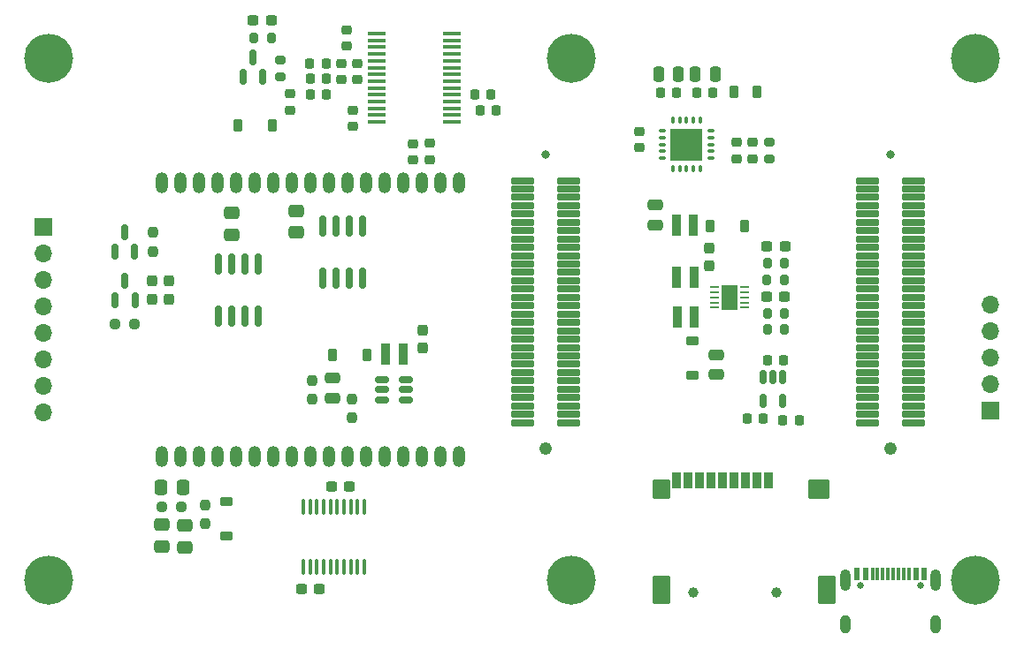
<source format=gbr>
%TF.GenerationSoftware,KiCad,Pcbnew,8.0.9*%
%TF.CreationDate,2025-03-06T21:03:41+08:00*%
%TF.ProjectId,CCD_Sensor_ZYNQ,4343445f-5365-46e7-936f-725f5a594e51,rev?*%
%TF.SameCoordinates,Original*%
%TF.FileFunction,Soldermask,Top*%
%TF.FilePolarity,Negative*%
%FSLAX46Y46*%
G04 Gerber Fmt 4.6, Leading zero omitted, Abs format (unit mm)*
G04 Created by KiCad (PCBNEW 8.0.9) date 2025-03-06 21:03:41*
%MOMM*%
%LPD*%
G01*
G04 APERTURE LIST*
G04 Aperture macros list*
%AMRoundRect*
0 Rectangle with rounded corners*
0 $1 Rounding radius*
0 $2 $3 $4 $5 $6 $7 $8 $9 X,Y pos of 4 corners*
0 Add a 4 corners polygon primitive as box body*
4,1,4,$2,$3,$4,$5,$6,$7,$8,$9,$2,$3,0*
0 Add four circle primitives for the rounded corners*
1,1,$1+$1,$2,$3*
1,1,$1+$1,$4,$5*
1,1,$1+$1,$6,$7*
1,1,$1+$1,$8,$9*
0 Add four rect primitives between the rounded corners*
20,1,$1+$1,$2,$3,$4,$5,0*
20,1,$1+$1,$4,$5,$6,$7,0*
20,1,$1+$1,$6,$7,$8,$9,0*
20,1,$1+$1,$8,$9,$2,$3,0*%
G04 Aperture macros list end*
%ADD10RoundRect,0.237500X0.237500X-0.250000X0.237500X0.250000X-0.237500X0.250000X-0.237500X-0.250000X0*%
%ADD11RoundRect,0.237500X-0.300000X-0.237500X0.300000X-0.237500X0.300000X0.237500X-0.300000X0.237500X0*%
%ADD12RoundRect,0.250000X0.250000X0.475000X-0.250000X0.475000X-0.250000X-0.475000X0.250000X-0.475000X0*%
%ADD13RoundRect,0.250000X0.475000X-0.337500X0.475000X0.337500X-0.475000X0.337500X-0.475000X-0.337500X0*%
%ADD14RoundRect,0.250000X-0.475000X0.250000X-0.475000X-0.250000X0.475000X-0.250000X0.475000X0.250000X0*%
%ADD15O,0.750001X0.299999*%
%ADD16O,0.299999X0.750001*%
%ADD17R,3.149999X3.149999*%
%ADD18C,4.700000*%
%ADD19RoundRect,0.200000X0.200000X0.275000X-0.200000X0.275000X-0.200000X-0.275000X0.200000X-0.275000X0*%
%ADD20R,1.750000X0.450000*%
%ADD21RoundRect,0.218750X0.218750X0.256250X-0.218750X0.256250X-0.218750X-0.256250X0.218750X-0.256250X0*%
%ADD22RoundRect,0.225000X-0.250000X0.225000X-0.250000X-0.225000X0.250000X-0.225000X0.250000X0.225000X0*%
%ADD23C,0.999997*%
%ADD24RoundRect,0.102000X0.350000X-0.650000X0.350000X0.650000X-0.350000X0.650000X-0.350000X-0.650000X0*%
%ADD25RoundRect,0.102000X0.723900X-0.825500X0.723900X0.825500X-0.723900X0.825500X-0.723900X-0.825500X0*%
%ADD26RoundRect,0.102000X0.723900X-1.219200X0.723900X1.219200X-0.723900X1.219200X-0.723900X-1.219200X0*%
%ADD27RoundRect,0.102000X0.927100X-0.825500X0.927100X0.825500X-0.927100X0.825500X-0.927100X-0.825500X0*%
%ADD28RoundRect,0.150000X0.150000X-0.825000X0.150000X0.825000X-0.150000X0.825000X-0.150000X-0.825000X0*%
%ADD29RoundRect,0.237500X-0.237500X0.250000X-0.237500X-0.250000X0.237500X-0.250000X0.237500X0.250000X0*%
%ADD30RoundRect,0.225000X0.225000X0.375000X-0.225000X0.375000X-0.225000X-0.375000X0.225000X-0.375000X0*%
%ADD31RoundRect,0.250000X0.475000X-0.250000X0.475000X0.250000X-0.475000X0.250000X-0.475000X-0.250000X0*%
%ADD32RoundRect,0.200000X0.275000X-0.200000X0.275000X0.200000X-0.275000X0.200000X-0.275000X-0.200000X0*%
%ADD33RoundRect,0.218750X0.218750X0.381250X-0.218750X0.381250X-0.218750X-0.381250X0.218750X-0.381250X0*%
%ADD34C,0.650000*%
%ADD35R,0.600000X1.240000*%
%ADD36R,0.300000X1.240000*%
%ADD37O,1.000000X2.100000*%
%ADD38O,1.000000X1.800000*%
%ADD39RoundRect,0.237500X0.237500X-0.300000X0.237500X0.300000X-0.237500X0.300000X-0.237500X-0.300000X0*%
%ADD40RoundRect,0.225000X0.225000X0.250000X-0.225000X0.250000X-0.225000X-0.250000X0.225000X-0.250000X0*%
%ADD41RoundRect,0.150000X0.150000X-0.587500X0.150000X0.587500X-0.150000X0.587500X-0.150000X-0.587500X0*%
%ADD42RoundRect,0.150000X-0.512500X-0.150000X0.512500X-0.150000X0.512500X0.150000X-0.512500X0.150000X0*%
%ADD43R,0.850000X2.000000*%
%ADD44RoundRect,0.225000X0.250000X-0.225000X0.250000X0.225000X-0.250000X0.225000X-0.250000X-0.225000X0*%
%ADD45RoundRect,0.237500X-0.237500X0.300000X-0.237500X-0.300000X0.237500X-0.300000X0.237500X0.300000X0*%
%ADD46RoundRect,0.225000X-0.225000X-0.250000X0.225000X-0.250000X0.225000X0.250000X-0.225000X0.250000X0*%
%ADD47RoundRect,0.237500X-0.250000X-0.237500X0.250000X-0.237500X0.250000X0.237500X-0.250000X0.237500X0*%
%ADD48C,0.830000*%
%ADD49C,1.230000*%
%ADD50RoundRect,0.102000X-1.000000X0.250000X-1.000000X-0.250000X1.000000X-0.250000X1.000000X0.250000X0*%
%ADD51RoundRect,0.062500X0.362500X0.062500X-0.362500X0.062500X-0.362500X-0.062500X0.362500X-0.062500X0*%
%ADD52R,1.650000X2.380000*%
%ADD53RoundRect,0.250000X-0.475000X0.337500X-0.475000X-0.337500X0.475000X-0.337500X0.475000X0.337500X0*%
%ADD54RoundRect,0.237500X-0.237500X0.287500X-0.237500X-0.287500X0.237500X-0.287500X0.237500X0.287500X0*%
%ADD55RoundRect,0.200000X-0.200000X-0.275000X0.200000X-0.275000X0.200000X0.275000X-0.200000X0.275000X0*%
%ADD56RoundRect,0.100000X0.100000X-0.637500X0.100000X0.637500X-0.100000X0.637500X-0.100000X-0.637500X0*%
%ADD57RoundRect,0.250000X0.337500X0.475000X-0.337500X0.475000X-0.337500X-0.475000X0.337500X-0.475000X0*%
%ADD58R,1.700000X1.700000*%
%ADD59O,1.700000X1.700000*%
%ADD60RoundRect,0.237500X0.300000X0.237500X-0.300000X0.237500X-0.300000X-0.237500X0.300000X-0.237500X0*%
%ADD61RoundRect,0.225000X-0.225000X-0.375000X0.225000X-0.375000X0.225000X0.375000X-0.225000X0.375000X0*%
%ADD62RoundRect,0.225000X0.375000X-0.225000X0.375000X0.225000X-0.375000X0.225000X-0.375000X-0.225000X0*%
%ADD63RoundRect,0.150000X-0.150000X0.512500X-0.150000X-0.512500X0.150000X-0.512500X0.150000X0.512500X0*%
%ADD64RoundRect,0.250000X-0.250000X-0.475000X0.250000X-0.475000X0.250000X0.475000X-0.250000X0.475000X0*%
%ADD65RoundRect,0.218750X0.256250X-0.218750X0.256250X0.218750X-0.256250X0.218750X-0.256250X-0.218750X0*%
%ADD66O,1.200000X2.000000*%
G04 APERTURE END LIST*
D10*
%TO.C,R7*%
X206962500Y-103462500D03*
X206962500Y-101637500D03*
%TD*%
D11*
%TO.C,C4*%
X246695780Y-91835268D03*
X248420780Y-91835268D03*
%TD*%
D12*
%TO.C,C38*%
X238275001Y-70475002D03*
X236375001Y-70475002D03*
%TD*%
D13*
%TO.C,C31*%
X191037500Y-115837500D03*
X191037500Y-113762500D03*
%TD*%
D14*
%TO.C,C12*%
X205150000Y-99650000D03*
X205150000Y-101550000D03*
%TD*%
D15*
%TO.C,U2*%
X236700002Y-75950001D03*
X236700002Y-76600000D03*
X236700002Y-77250001D03*
X236700002Y-77900000D03*
X236700002Y-78550001D03*
D16*
X237725001Y-79575000D03*
X238375000Y-79575000D03*
X239025001Y-79575000D03*
X239675000Y-79575000D03*
X240325001Y-79575000D03*
D15*
X241350000Y-78550001D03*
X241350000Y-77900000D03*
X241350000Y-77250001D03*
X241350000Y-76600000D03*
X241350000Y-75950001D03*
D16*
X240325001Y-74925002D03*
X239675000Y-74925002D03*
X239025001Y-74925002D03*
X238375000Y-74925002D03*
X237725001Y-74925002D03*
D17*
X239025001Y-77250001D03*
%TD*%
D18*
%TO.C,H6*%
X266650000Y-119002146D03*
%TD*%
D19*
%TO.C,R1*%
X248433280Y-88585268D03*
X246783280Y-88585268D03*
%TD*%
D20*
%TO.C,U3*%
X216607200Y-75059800D03*
X216607200Y-74409800D03*
X216607200Y-73759800D03*
X216607200Y-73109800D03*
X216607200Y-72459800D03*
X216607200Y-71809800D03*
X216607200Y-71159800D03*
X216607200Y-70509800D03*
X216607200Y-69859800D03*
X216607200Y-69209800D03*
X216607200Y-68559800D03*
X216607200Y-67909800D03*
X216607200Y-67259800D03*
X216607200Y-66609800D03*
X209407200Y-66609800D03*
X209407200Y-67259800D03*
X209407200Y-67909800D03*
X209407200Y-68559800D03*
X209407200Y-69209800D03*
X209407200Y-69859800D03*
X209407200Y-70509800D03*
X209407200Y-71159800D03*
X209407200Y-71809800D03*
X209407200Y-72459800D03*
X209407200Y-73109800D03*
X209407200Y-73759800D03*
X209407200Y-74409800D03*
X209407200Y-75059800D03*
%TD*%
D21*
%TO.C,FB1*%
X220312500Y-72450000D03*
X218737500Y-72450000D03*
%TD*%
D18*
%TO.C,H5*%
X266650000Y-69002146D03*
%TD*%
D22*
%TO.C,C20*%
X214450000Y-77125000D03*
X214450000Y-78675000D03*
%TD*%
D23*
%TO.C,MICRO_SD1*%
X239656200Y-120180600D03*
X247631800Y-120180600D03*
D24*
X246889800Y-109476200D03*
X245789800Y-109476200D03*
X244689800Y-109476200D03*
X243589800Y-109476200D03*
X242489800Y-109476200D03*
X241389800Y-109476200D03*
X240289800Y-109476200D03*
X239189800Y-109476200D03*
X238089800Y-109476200D03*
D25*
X236671400Y-110250000D03*
D26*
X236671400Y-119950000D03*
X252496200Y-119950000D03*
D27*
X251721200Y-110250000D03*
%TD*%
D28*
%TO.C,U5*%
X204203280Y-90035268D03*
X205473280Y-90035268D03*
X206743280Y-90035268D03*
X208013280Y-90035268D03*
X208013280Y-85085268D03*
X206743280Y-85085268D03*
X205473280Y-85085268D03*
X204203280Y-85085268D03*
%TD*%
D29*
%TO.C,R6*%
X203212500Y-99837500D03*
X203212500Y-101662500D03*
%TD*%
D28*
%TO.C,U11*%
X194203280Y-93672768D03*
X195473280Y-93672768D03*
X196743280Y-93672768D03*
X198013280Y-93672768D03*
X198013280Y-88722768D03*
X196743280Y-88722768D03*
X195473280Y-88722768D03*
X194203280Y-88722768D03*
%TD*%
D30*
%TO.C,D2*%
X244608280Y-85035268D03*
X241308280Y-85035268D03*
%TD*%
D31*
%TO.C,C5*%
X241908280Y-99285268D03*
X241908280Y-97385268D03*
%TD*%
D32*
%TO.C,R17*%
X246925001Y-78650002D03*
X246925001Y-77000002D03*
%TD*%
D33*
%TO.C,L5*%
X245737501Y-72175002D03*
X243612501Y-72175002D03*
%TD*%
D34*
%TO.C,J4*%
X255690000Y-119550000D03*
X261470000Y-119550000D03*
D35*
X255380000Y-118430000D03*
X256180000Y-118430000D03*
D36*
X257330000Y-118430000D03*
X258330000Y-118430000D03*
X258830000Y-118430000D03*
X259830000Y-118430000D03*
D35*
X260980000Y-118430000D03*
X261780000Y-118430000D03*
X261780000Y-118430000D03*
X260980000Y-118430000D03*
D36*
X260330000Y-118430000D03*
X259330000Y-118430000D03*
X257830000Y-118430000D03*
X256830000Y-118430000D03*
D35*
X256180000Y-118430000D03*
X255380000Y-118430000D03*
D37*
X254260000Y-119030000D03*
D38*
X254260000Y-123230000D03*
D37*
X262900000Y-119030000D03*
D38*
X262900000Y-123230000D03*
%TD*%
D39*
%TO.C,C1*%
X241208280Y-88897768D03*
X241208280Y-87172768D03*
%TD*%
D40*
%TO.C,C39*%
X238100001Y-72275002D03*
X236550001Y-72275002D03*
%TD*%
D41*
%TO.C,Q3*%
X196550000Y-70737500D03*
X198450000Y-70737500D03*
X197500000Y-68862500D03*
%TD*%
D11*
%TO.C,C6*%
X202150000Y-119862500D03*
X203875000Y-119862500D03*
%TD*%
D18*
%TO.C,H1*%
X227989523Y-69002146D03*
%TD*%
D42*
%TO.C,U7*%
X209850000Y-99800000D03*
X209850000Y-100750000D03*
X209850000Y-101700000D03*
X212125000Y-101700000D03*
X212125000Y-100750000D03*
X212125000Y-99800000D03*
%TD*%
D43*
%TO.C,L3*%
X211875000Y-97350000D03*
X210225000Y-97350000D03*
%TD*%
D18*
%TO.C,H3*%
X227989523Y-119002146D03*
%TD*%
D44*
%TO.C,C10*%
X206475000Y-67800000D03*
X206475000Y-66250000D03*
%TD*%
D45*
%TO.C,C34*%
X187900000Y-90337500D03*
X187900000Y-92062500D03*
%TD*%
D11*
%TO.C,C2*%
X246745780Y-86985268D03*
X248470780Y-86985268D03*
%TD*%
D46*
%TO.C,C22*%
X202975000Y-69475000D03*
X204525000Y-69475000D03*
%TD*%
D47*
%TO.C,R15*%
X184337500Y-94412500D03*
X186162500Y-94412500D03*
%TD*%
D46*
%TO.C,C21*%
X203000000Y-70950000D03*
X204550000Y-70950000D03*
%TD*%
D48*
%TO.C,J2*%
X225550000Y-78200000D03*
D49*
X225550000Y-106400000D03*
D50*
X227750000Y-80700000D03*
X223350000Y-80700000D03*
X227750000Y-81500000D03*
X223350000Y-81500000D03*
X227750000Y-82300000D03*
X223350000Y-82300000D03*
X227750000Y-83100000D03*
X223350000Y-83100000D03*
X227750000Y-83900000D03*
X223350000Y-83900000D03*
X227750000Y-84700000D03*
X223350000Y-84700000D03*
X227750000Y-85500000D03*
X223350000Y-85500000D03*
X227750000Y-86300000D03*
X223350000Y-86300000D03*
X227750000Y-87100000D03*
X223350000Y-87100000D03*
X227750000Y-87900000D03*
X223350000Y-87900000D03*
X227750000Y-88700000D03*
X223350000Y-88700000D03*
X227750000Y-89500000D03*
X223350000Y-89500000D03*
X227750000Y-90300000D03*
X223350000Y-90300000D03*
X227750000Y-91100000D03*
X223350000Y-91100000D03*
X227750000Y-91900000D03*
X223350000Y-91900000D03*
X227750000Y-92700000D03*
X223350000Y-92700000D03*
X227750000Y-93500000D03*
X223350000Y-93500000D03*
X227750000Y-94300000D03*
X223350000Y-94300000D03*
X227750000Y-95100000D03*
X223350000Y-95100000D03*
X227750000Y-95900000D03*
X223350000Y-95900000D03*
X227750000Y-96700000D03*
X223350000Y-96700000D03*
X227750000Y-97500000D03*
X223350000Y-97500000D03*
X227750000Y-98300000D03*
X223350000Y-98300000D03*
X227750000Y-99100000D03*
X223350000Y-99100000D03*
X227750000Y-99900000D03*
X223350000Y-99900000D03*
X227750000Y-100700000D03*
X223350000Y-100700000D03*
X227750000Y-101500000D03*
X223350000Y-101500000D03*
X227750000Y-102300000D03*
X223350000Y-102300000D03*
X227750000Y-103100000D03*
X223350000Y-103100000D03*
X227750000Y-103900000D03*
X223350000Y-103900000D03*
%TD*%
D44*
%TO.C,C17*%
X207475000Y-71025000D03*
X207475000Y-69475000D03*
%TD*%
D51*
%TO.C,U1*%
X244608280Y-92885268D03*
X244608280Y-92385268D03*
X244608280Y-91885268D03*
X244608280Y-91385268D03*
X244608280Y-90885268D03*
X241708280Y-90885268D03*
X241708280Y-91385268D03*
X241708280Y-91885268D03*
X241708280Y-92385268D03*
X241708280Y-92885268D03*
D52*
X243158280Y-91885268D03*
%TD*%
D53*
%TO.C,C30*%
X201650000Y-83612500D03*
X201650000Y-85687500D03*
%TD*%
D46*
%TO.C,C25*%
X248275000Y-103650000D03*
X249825000Y-103650000D03*
%TD*%
D43*
%TO.C,L1*%
X238083280Y-89935268D03*
X239733280Y-89935268D03*
%TD*%
D32*
%TO.C,R9*%
X200125000Y-70750000D03*
X200125000Y-69100000D03*
%TD*%
D18*
%TO.C,H2*%
X177989523Y-69002146D03*
%TD*%
D54*
%TO.C,L4*%
X189500000Y-90300000D03*
X189500000Y-92050000D03*
%TD*%
D31*
%TO.C,C3*%
X236008280Y-84935268D03*
X236008280Y-83035268D03*
%TD*%
D43*
%TO.C,L6*%
X239683280Y-84985268D03*
X238033280Y-84985268D03*
%TD*%
D53*
%TO.C,C29*%
X195458280Y-83822768D03*
X195458280Y-85897768D03*
%TD*%
D55*
%TO.C,R3*%
X246783280Y-94985268D03*
X248433280Y-94985268D03*
%TD*%
D56*
%TO.C,U6*%
X202350000Y-117725000D03*
X203000000Y-117725000D03*
X203650000Y-117725000D03*
X204300000Y-117725000D03*
X204950000Y-117725000D03*
X205600000Y-117725000D03*
X206250000Y-117725000D03*
X206900000Y-117725000D03*
X207550000Y-117725000D03*
X208200000Y-117725000D03*
X208200000Y-112000000D03*
X207550000Y-112000000D03*
X206900000Y-112000000D03*
X206250000Y-112000000D03*
X205600000Y-112000000D03*
X204950000Y-112000000D03*
X204300000Y-112000000D03*
X203650000Y-112000000D03*
X203000000Y-112000000D03*
X202350000Y-112000000D03*
%TD*%
D41*
%TO.C,Q1*%
X184325000Y-92150000D03*
X186225000Y-92150000D03*
X185275000Y-90275000D03*
%TD*%
D44*
%TO.C,C16*%
X206000000Y-71000000D03*
X206000000Y-69450000D03*
%TD*%
D47*
%TO.C,R13*%
X188825000Y-111950000D03*
X190650000Y-111950000D03*
%TD*%
D48*
%TO.C,J1*%
X258570000Y-78200000D03*
D49*
X258570000Y-106400000D03*
D50*
X260770000Y-80700000D03*
X256370000Y-80700000D03*
X260770000Y-81500000D03*
X256370000Y-81500000D03*
X260770000Y-82300000D03*
X256370000Y-82300000D03*
X260770000Y-83100000D03*
X256370000Y-83100000D03*
X260770000Y-83900000D03*
X256370000Y-83900000D03*
X260770000Y-84700000D03*
X256370000Y-84700000D03*
X260770000Y-85500000D03*
X256370000Y-85500000D03*
X260770000Y-86300000D03*
X256370000Y-86300000D03*
X260770000Y-87100000D03*
X256370000Y-87100000D03*
X260770000Y-87900000D03*
X256370000Y-87900000D03*
X260770000Y-88700000D03*
X256370000Y-88700000D03*
X260770000Y-89500000D03*
X256370000Y-89500000D03*
X260770000Y-90300000D03*
X256370000Y-90300000D03*
X260770000Y-91100000D03*
X256370000Y-91100000D03*
X260770000Y-91900000D03*
X256370000Y-91900000D03*
X260770000Y-92700000D03*
X256370000Y-92700000D03*
X260770000Y-93500000D03*
X256370000Y-93500000D03*
X260770000Y-94300000D03*
X256370000Y-94300000D03*
X260770000Y-95100000D03*
X256370000Y-95100000D03*
X260770000Y-95900000D03*
X256370000Y-95900000D03*
X260770000Y-96700000D03*
X256370000Y-96700000D03*
X260770000Y-97500000D03*
X256370000Y-97500000D03*
X260770000Y-98300000D03*
X256370000Y-98300000D03*
X260770000Y-99100000D03*
X256370000Y-99100000D03*
X260770000Y-99900000D03*
X256370000Y-99900000D03*
X260770000Y-100700000D03*
X256370000Y-100700000D03*
X260770000Y-101500000D03*
X256370000Y-101500000D03*
X260770000Y-102300000D03*
X256370000Y-102300000D03*
X260770000Y-103100000D03*
X256370000Y-103100000D03*
X260770000Y-103900000D03*
X256370000Y-103900000D03*
%TD*%
D40*
%TO.C,C24*%
X246375000Y-103487500D03*
X244825000Y-103487500D03*
%TD*%
D57*
%TO.C,C33*%
X190825000Y-110100000D03*
X188750000Y-110100000D03*
%TD*%
D13*
%TO.C,C32*%
X188837500Y-115787500D03*
X188837500Y-113712500D03*
%TD*%
D55*
%TO.C,R4*%
X246758280Y-93435268D03*
X248408280Y-93435268D03*
%TD*%
D10*
%TO.C,R14*%
X192937500Y-113612500D03*
X192937500Y-111787500D03*
%TD*%
D44*
%TO.C,C40*%
X207125000Y-75475000D03*
X207125000Y-73925000D03*
%TD*%
D58*
%TO.C,J5*%
X268100000Y-102730000D03*
D59*
X268100000Y-100190000D03*
X268100000Y-97650000D03*
X268100000Y-95110000D03*
X268100000Y-92570000D03*
%TD*%
D39*
%TO.C,C11*%
X213750000Y-96762500D03*
X213750000Y-95037500D03*
%TD*%
D40*
%TO.C,C37*%
X248325000Y-97887500D03*
X246775000Y-97887500D03*
%TD*%
D60*
%TO.C,C26*%
X199275000Y-65350000D03*
X197550000Y-65350000D03*
%TD*%
D46*
%TO.C,C35*%
X240000001Y-72275002D03*
X241550001Y-72275002D03*
%TD*%
D11*
%TO.C,C7*%
X205050000Y-110012500D03*
X206775000Y-110012500D03*
%TD*%
D22*
%TO.C,C15*%
X201050000Y-72385000D03*
X201050000Y-73935000D03*
%TD*%
D61*
%TO.C,D5*%
X196050000Y-75400000D03*
X199350000Y-75400000D03*
%TD*%
D22*
%TO.C,C9*%
X243825001Y-77050002D03*
X243825001Y-78600002D03*
%TD*%
D61*
%TO.C,D3*%
X205100000Y-97400000D03*
X208400000Y-97400000D03*
%TD*%
D10*
%TO.C,R16*%
X187950000Y-87475000D03*
X187950000Y-85650000D03*
%TD*%
D62*
%TO.C,D4*%
X195000000Y-114750000D03*
X195000000Y-111450000D03*
%TD*%
D46*
%TO.C,C23*%
X219275000Y-73925000D03*
X220825000Y-73925000D03*
%TD*%
D22*
%TO.C,C19*%
X212850000Y-77150000D03*
X212850000Y-78700000D03*
%TD*%
%TO.C,C36*%
X234550000Y-75975002D03*
X234550000Y-77525002D03*
%TD*%
D43*
%TO.C,L2*%
X239783280Y-93735268D03*
X238133280Y-93735268D03*
%TD*%
D55*
%TO.C,R2*%
X246733280Y-90235268D03*
X248383280Y-90235268D03*
%TD*%
D58*
%TO.C,J3*%
X177450000Y-85127146D03*
D59*
X177450000Y-87667146D03*
X177450000Y-90207146D03*
X177450000Y-92747146D03*
X177450000Y-95287146D03*
X177450000Y-97827146D03*
X177450000Y-100367146D03*
X177450000Y-102907146D03*
%TD*%
D18*
%TO.C,H4*%
X177989523Y-119002146D03*
%TD*%
D62*
%TO.C,D1*%
X239608280Y-99335268D03*
X239608280Y-96035268D03*
%TD*%
D40*
%TO.C,C18*%
X204535000Y-72450000D03*
X202985000Y-72450000D03*
%TD*%
D19*
%TO.C,R11*%
X199275000Y-67000000D03*
X197625000Y-67000000D03*
%TD*%
D41*
%TO.C,Q2*%
X184300000Y-87550000D03*
X186200000Y-87550000D03*
X185250000Y-85675000D03*
%TD*%
D63*
%TO.C,U4*%
X248250000Y-99562500D03*
X247300000Y-99562500D03*
X246350000Y-99562500D03*
X246350000Y-101837500D03*
X248250000Y-101837500D03*
%TD*%
D64*
%TO.C,C8*%
X239875001Y-70475002D03*
X241775001Y-70475002D03*
%TD*%
D65*
%TO.C,D6*%
X245375001Y-78612502D03*
X245375001Y-77037502D03*
%TD*%
D66*
%TO.C,ICX1*%
X217213523Y-107127146D03*
X215435523Y-107127146D03*
X213657523Y-107127146D03*
X211879523Y-107127146D03*
X210101523Y-107127146D03*
X208323523Y-107127146D03*
X206545523Y-107127146D03*
X204767523Y-107127146D03*
X202989523Y-107127146D03*
X201211523Y-107127146D03*
X199433523Y-107127146D03*
X197655523Y-107127146D03*
X195877523Y-107127146D03*
X194099523Y-107127146D03*
X192321523Y-107127146D03*
X190543523Y-107127146D03*
X188765523Y-107127146D03*
X188765523Y-80877146D03*
X190543523Y-80877146D03*
X192321523Y-80877146D03*
X194099523Y-80877146D03*
X195877523Y-80877146D03*
X197655523Y-80877146D03*
X199433523Y-80877146D03*
X201211523Y-80877146D03*
X202989523Y-80877146D03*
X204767523Y-80877146D03*
X206545523Y-80877146D03*
X208323523Y-80877146D03*
X210101523Y-80877146D03*
X211879523Y-80877146D03*
X213657523Y-80877146D03*
X215435523Y-80877146D03*
X217213523Y-80877146D03*
%TD*%
M02*

</source>
